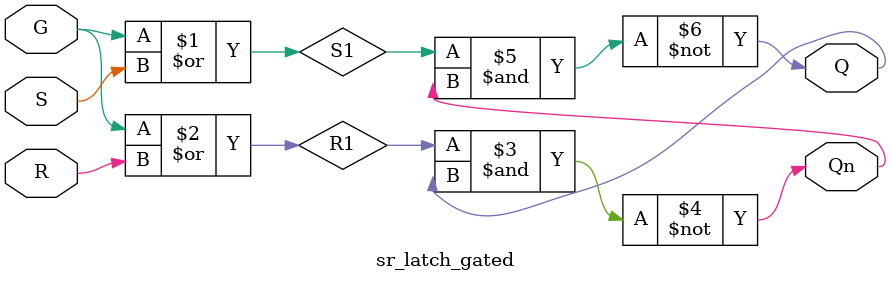
<source format=v>
module sr_latch_gated(
   
   output Q,
   output Qn,
   input  G,  
   input  S,
   input  R
);
 
   wire   S1;
   wire   R1;
   
   or(S1, G, S);
   or(R1, G, R);   
   nand(Qn, R1, Q);
   nand(Q, S1, Qn);
 
endmodule
</source>
